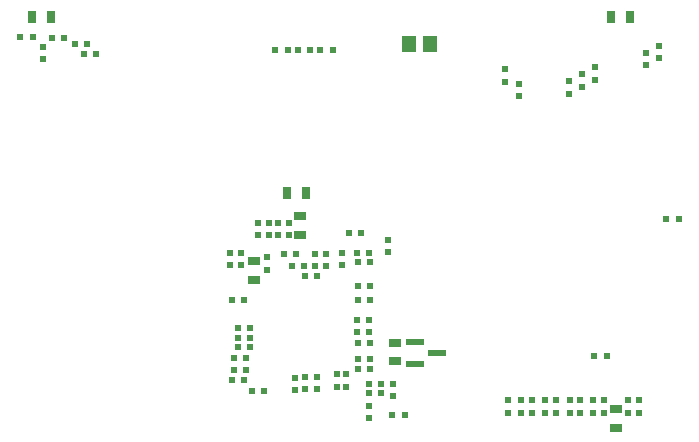
<source format=gbp>
G04 Layer_Color=128*
%FSLAX44Y44*%
%MOMM*%
G71*
G01*
G75*
%ADD15R,0.5500X0.6000*%
%ADD22R,0.6000X0.5500*%
%ADD28R,1.0000X0.6500*%
%ADD38R,0.6500X1.0000*%
%ADD47R,1.2000X1.4500*%
%ADD62R,1.5500X0.5500*%
D15*
X2981000Y3157250D02*
D03*
Y3146750D02*
D03*
X3171000Y2979250D02*
D03*
Y2968750D02*
D03*
X3277000Y2861500D02*
D03*
Y2872000D02*
D03*
X3211000Y2971750D02*
D03*
Y2982250D02*
D03*
X3139000Y2972750D02*
D03*
Y2983250D02*
D03*
X3234000Y2972750D02*
D03*
Y2983250D02*
D03*
X3230000Y2880250D02*
D03*
Y2869750D02*
D03*
X3203000Y2878250D02*
D03*
Y2867750D02*
D03*
X3257000Y2853250D02*
D03*
Y2842750D02*
D03*
X3149000Y2972750D02*
D03*
Y2983250D02*
D03*
X3221000Y2971750D02*
D03*
Y2982250D02*
D03*
X3238000Y2880250D02*
D03*
Y2869750D02*
D03*
X3213000Y2878250D02*
D03*
Y2867750D02*
D03*
X3194000Y2877250D02*
D03*
Y2866750D02*
D03*
X3426000Y3128250D02*
D03*
Y3117750D02*
D03*
X3437000Y3134250D02*
D03*
Y3123750D02*
D03*
X3448000Y3140250D02*
D03*
Y3129750D02*
D03*
X3492000Y3152250D02*
D03*
Y3141750D02*
D03*
X3503000Y3158250D02*
D03*
Y3147750D02*
D03*
X3384000Y3126250D02*
D03*
Y3115750D02*
D03*
X3372000Y3138250D02*
D03*
Y3127750D02*
D03*
X3189000Y2997750D02*
D03*
Y3008250D02*
D03*
X3163000D02*
D03*
Y2997750D02*
D03*
X3180000D02*
D03*
Y3008250D02*
D03*
X3172000Y2997750D02*
D03*
Y3008250D02*
D03*
X3273000Y2983750D02*
D03*
Y2994250D02*
D03*
X3447000Y2858250D02*
D03*
Y2847750D02*
D03*
X3427000Y2858250D02*
D03*
Y2847750D02*
D03*
X3406000Y2858250D02*
D03*
Y2847750D02*
D03*
X3386000Y2858250D02*
D03*
Y2847750D02*
D03*
X3456000Y2858250D02*
D03*
Y2847750D02*
D03*
X3436000Y2858250D02*
D03*
Y2847750D02*
D03*
X3415000Y2858250D02*
D03*
Y2847750D02*
D03*
X3395000Y2858250D02*
D03*
Y2847750D02*
D03*
X3486000Y2858250D02*
D03*
Y2847750D02*
D03*
X3375000Y2858250D02*
D03*
Y2847750D02*
D03*
X3476000Y2858250D02*
D03*
Y2847750D02*
D03*
D22*
X3287250Y2846000D02*
D03*
X3276750D02*
D03*
X3007750Y3160000D02*
D03*
X3018250D02*
D03*
X3015750Y3151000D02*
D03*
X3026250D02*
D03*
X2961750Y3166000D02*
D03*
X2972250D02*
D03*
X2999000Y3165000D02*
D03*
X2988500D02*
D03*
X3188250Y3155000D02*
D03*
X3177750D02*
D03*
X3207250D02*
D03*
X3196750D02*
D03*
X3226250D02*
D03*
X3215750D02*
D03*
X3246750Y2916000D02*
D03*
X3257250D02*
D03*
X3247750Y2893000D02*
D03*
X3258250D02*
D03*
X3267500Y2872000D02*
D03*
X3257000D02*
D03*
X3184750Y2982000D02*
D03*
X3195250D02*
D03*
X3247750Y2907000D02*
D03*
X3258250D02*
D03*
X3246750Y2983000D02*
D03*
X3257250D02*
D03*
X3247750Y2943000D02*
D03*
X3258250D02*
D03*
X3247750Y2955000D02*
D03*
X3258250D02*
D03*
X3247750Y2975000D02*
D03*
X3258250D02*
D03*
X3151250Y2875000D02*
D03*
X3140750D02*
D03*
X3151250Y2943000D02*
D03*
X3140750D02*
D03*
X3247750Y2885000D02*
D03*
X3258250D02*
D03*
X3246750Y2926000D02*
D03*
X3257250D02*
D03*
X3156250Y2919000D02*
D03*
X3145750D02*
D03*
X3257000Y2864000D02*
D03*
X3267500D02*
D03*
X3168500Y2866000D02*
D03*
X3158000D02*
D03*
X3153250Y2884000D02*
D03*
X3142750D02*
D03*
X3153250Y2894000D02*
D03*
X3142750D02*
D03*
X3156250Y2903000D02*
D03*
X3145750D02*
D03*
X3156250Y2911000D02*
D03*
X3145750D02*
D03*
X3508750Y3012000D02*
D03*
X3519250D02*
D03*
X3239750Y3000000D02*
D03*
X3250250D02*
D03*
X3191750Y2972000D02*
D03*
X3202250D02*
D03*
X3213250Y2963000D02*
D03*
X3202750D02*
D03*
X3447750Y2896000D02*
D03*
X3458250D02*
D03*
D28*
X3160000Y2976000D02*
D03*
Y2960000D02*
D03*
X3199000Y3014000D02*
D03*
Y2998000D02*
D03*
X3466000Y2835000D02*
D03*
Y2851000D02*
D03*
X3279000Y2891000D02*
D03*
Y2907000D02*
D03*
D38*
X2988000Y3183000D02*
D03*
X2972000D02*
D03*
X3188000Y3034000D02*
D03*
X3204000D02*
D03*
X3478200Y3182700D02*
D03*
X3462200D02*
D03*
D47*
X3309000Y3160000D02*
D03*
X3291000D02*
D03*
D62*
X3295750Y2888500D02*
D03*
Y2907500D02*
D03*
X3314250Y2898000D02*
D03*
M02*

</source>
